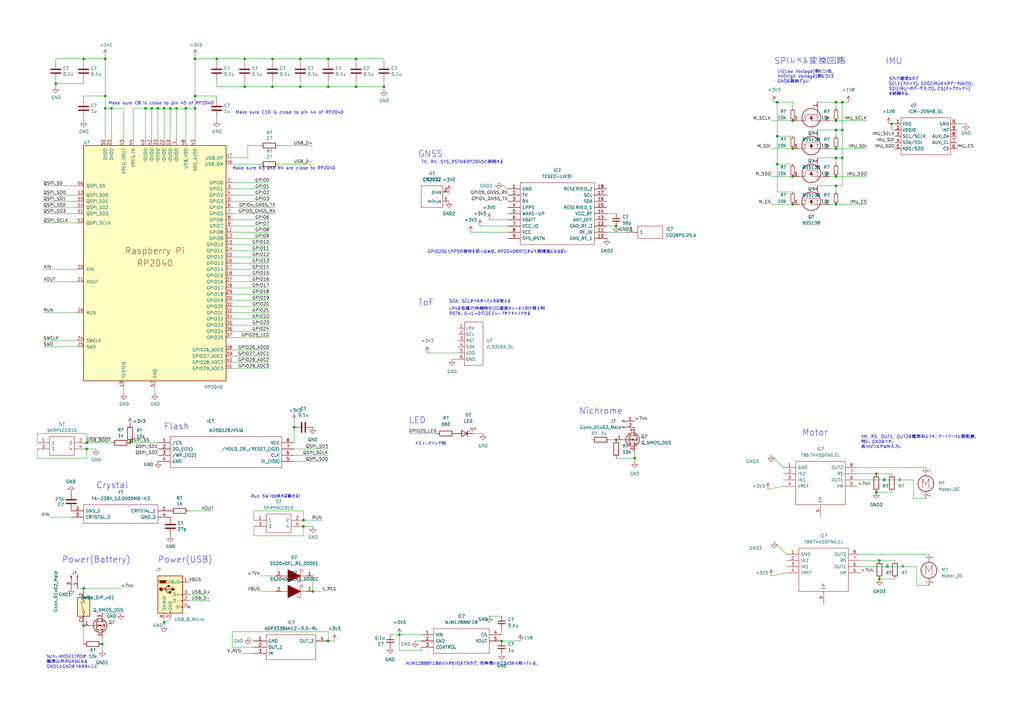
<source format=kicad_sch>
(kicad_sch (version 20211123) (generator eeschema)
  (paper "A3")
  (title_block (title "tanekonsat_2022_auto_runback") (company "DERC CanSat PJ") (comment 1 "Akio M"))
  (junction (at 189.23 312.42))
  (junction (at 342.9 41.91))
  (junction (at 111.76 24.13))
  (junction (at 43.18 24.13))
  (junction (at 109.22 317.5))
  (junction (at 163.83 260.35))
  (junction (at 359.41 201.93))
  (junction (at 54.61 311.15))
  (junction (at 134.62 262.89))
  (junction (at 325.12 83.82))
  (junction (at 22.86 34.29))
  (junction (at 35.56 311.15))
  (junction (at 318.77 55.88))
  (junction (at 146.05 35.56))
  (junction (at 59.69 44.45))
  (junction (at 80.01 44.45))
  (junction (at 53.34 181.61))
  (junction (at 345.44 53.34))
  (junction (at 88.9 24.13))
  (junction (at 342.9 49.53))
  (junction (at 80.01 24.13))
  (junction (at 325.12 49.53))
  (junction (at 325.12 60.96))
  (junction (at 43.18 44.45))
  (junction (at 318.77 67.31))
  (junction (at 236.22 -25.4))
  (junction (at 245.11 -25.4))
  (junction (at 124.46 213.36))
  (junction (at 252.73 92.71))
  (junction (at 41.91 264.16))
  (junction (at 318.77 41.91))
  (junction (at 193.04 -17.78))
  (junction (at 260.35 187.96))
  (junction (at 345.44 64.77))
  (junction (at 342.9 83.82))
  (junction (at 196.85 -30.48))
  (junction (at 34.29 24.13))
  (junction (at 100.33 24.13))
  (junction (at 64.77 44.45))
  (junction (at 242.57 -17.78))
  (junction (at 365.76 50.8))
  (junction (at 360.68 237.49))
  (junction (at 342.9 76.2))
  (junction (at 342.9 72.39))
  (junction (at 62.23 44.45))
  (junction (at 231.14 314.96))
  (junction (at 67.31 255.27))
  (junction (at 146.05 24.13))
  (junction (at 128.27 242.57))
  (junction (at 157.48 35.56))
  (junction (at 242.57 -25.4))
  (junction (at 100.33 35.56))
  (junction (at 43.18 39.37))
  (junction (at 201.93 -30.48))
  (junction (at 360.68 229.87))
  (junction (at 113.03 317.5))
  (junction (at 359.41 194.31))
  (junction (at 72.39 44.45))
  (junction (at 120.65 175.26))
  (junction (at 34.29 256.54))
  (junction (at 35.56 184.15))
  (junction (at 76.2 44.45))
  (junction (at 342.9 53.34))
  (junction (at 236.22 -20.32))
  (junction (at 34.29 241.3))
  (junction (at 111.76 35.56))
  (junction (at 196.85 -20.32))
  (junction (at 69.85 44.45))
  (junction (at 205.74 262.89))
  (junction (at 345.44 41.91))
  (junction (at 325.12 72.39))
  (junction (at 134.62 24.13))
  (junction (at 252.73 180.34))
  (junction (at 123.19 35.56))
  (junction (at 124.46 215.9))
  (junction (at 342.9 60.96))
  (junction (at 123.19 24.13))
  (junction (at 67.31 44.45))
  (junction (at 134.62 35.56))
  (junction (at 238.76 -25.4))
  (junction (at 45.72 44.45))
  (junction (at 201.93 -25.4))
  (junction (at 80.01 39.37))
  (junction (at 35.56 181.61))
  (junction (at 342.9 64.77))
  (no_connect (at 77.47 248.92))
  (wire (pts (xy 17.78 110.49) (xy 31.75 110.49)))
  (wire (pts (xy 80.01 22.86) (xy 80.01 24.13)))
  (wire (pts (xy 95.25 107.95) (xy 110.49 107.95)))
  (wire (pts (xy 111.76 25.4) (xy 111.76 24.13)))
  (wire (pts (xy 276.86 -25.4) (xy 271.78 -25.4)))
  (wire (pts (xy 104.14 219.71) (xy 104.14 215.9)))
  (wire (pts (xy 95.25 118.11) (xy 110.49 118.11)))
  (wire (pts (xy 100.33 35.56) (xy 88.9 35.56)))
  (wire (pts (xy 95.25 128.27) (xy 110.49 128.27)))
  (wire (pts (xy 35.56 177.8) (xy 15.24 177.8)))
  (wire (pts (xy 342.9 49.53) (xy 340.36 49.53)))
  (wire (pts (xy 111.76 24.13) (xy 123.19 24.13)))
  (wire (pts (xy 250.19 180.34) (xy 252.73 180.34)))
  (wire (pts (xy 355.6 83.82) (xy 342.9 83.82)))
  (wire (pts (xy 50.8 158.75) (xy 50.8 161.29)))
  (wire (pts (xy 353.06 227.33) (xy 381 227.33)))
  (wire (pts (xy 15.24 177.8) (xy 15.24 181.61)))
  (wire (pts (xy 193.04 -17.78) (xy 201.93 -17.78)))
  (wire (pts (xy 100.33 33.02) (xy 100.33 35.56)))
  (wire (pts (xy 365.76 53.34) (xy 365.76 50.8)))
  (wire (pts (xy 201.93 -25.4) (xy 201.93 -22.86)))
  (wire (pts (xy 318.77 55.88) (xy 318.77 41.91)))
  (wire (pts (xy 128.27 242.57) (xy 132.08 242.57)))
  (wire (pts (xy 245.11 -25.4) (xy 245.11 -22.86)))
  (wire (pts (xy 50.8 57.15) (xy 50.8 44.45)))
  (wire (pts (xy 364.49 50.8) (xy 365.76 50.8)))
  (wire (pts (xy 342.9 72.39) (xy 340.36 72.39)))
  (wire (pts (xy 15.24 187.96) (xy 15.24 184.15)))
  (wire (pts (xy 252.73 92.71) (xy 248.92 92.71)))
  (wire (pts (xy 317.5 222.25) (xy 322.58 227.33)))
  (wire (pts (xy 95.25 115.57) (xy 110.49 115.57)))
  (wire (pts (xy 95.25 105.41) (xy 110.49 105.41)))
  (wire (pts (xy 31.75 115.57) (xy 17.78 115.57)))
  (wire (pts (xy 69.85 57.15) (xy 69.85 44.45)))
  (wire (pts (xy 146.05 35.56) (xy 134.62 35.56)))
  (wire (pts (xy 353.06 232.41) (xy 375.92 232.41)))
  (wire (pts (xy 114.3 59.69) (xy 128.27 59.69)))
  (wire (pts (xy 335.28 41.91) (xy 342.9 41.91)))
  (wire (pts (xy 95.25 87.63) (xy 113.03 87.63)))
  (wire (pts (xy 128.27 215.9) (xy 124.46 215.9)))
  (wire (pts (xy 196.85 92.71) (xy 208.28 92.71)))
  (wire (pts (xy 196.85 -30.48) (xy 196.85 -25.4)))
  (wire (pts (xy 335.28 64.77) (xy 342.9 64.77)))
  (wire (pts (xy 351.79 196.85) (xy 374.65 196.85)))
  (wire (pts (xy 374.65 196.85) (xy 374.65 204.47)))
  (wire (pts (xy 41.91 266.7) (xy 41.91 264.16)))
  (wire (pts (xy 314.96 200.66) (xy 321.31 199.39)))
  (wire (pts (xy 100.33 24.13) (xy 111.76 24.13)))
  (wire (pts (xy 231.14 309.88) (xy 231.14 312.42)))
  (wire (pts (xy 67.31 57.15) (xy 67.31 44.45)))
  (wire (pts (xy 232.41 -25.4) (xy 232.41 -33.02)))
  (wire (pts (xy 31.75 76.2) (xy 17.78 76.2)))
  (wire (pts (xy 100.33 25.4) (xy 100.33 24.13)))
  (wire (pts (xy 342.9 64.77) (xy 345.44 64.77)))
  (wire (pts (xy 124.46 215.9) (xy 124.46 219.71)))
  (wire (pts (xy 67.31 255.27) (xy 67.31 256.54)))
  (wire (pts (xy 193.04 -22.86) (xy 193.04 -30.48)))
  (wire (pts (xy 43.18 39.37) (xy 43.18 44.45)))
  (wire (pts (xy 195.58 314.96) (xy 198.12 314.96)))
  (wire (pts (xy 77.47 243.84) (xy 86.36 243.84)))
  (wire (pts (xy 325.12 78.74) (xy 318.77 78.74)))
  (wire (pts (xy 189.23 318.77) (xy 189.23 312.42)))
  (wire (pts (xy 242.57 -25.4) (xy 242.57 -22.86)))
  (wire (pts (xy 196.85 -20.32) (xy 201.93 -20.32)))
  (wire (pts (xy 74.93 321.31) (xy 109.22 321.31)))
  (wire (pts (xy 134.62 184.15) (xy 120.65 184.15)))
  (wire (pts (xy 88.9 48.26) (xy 88.9 49.53)))
  (wire (pts (xy 35.56 181.61) (xy 35.56 177.8)))
  (wire (pts (xy 62.23 57.15) (xy 62.23 44.45)))
  (wire (pts (xy 342.9 76.2) (xy 342.9 78.74)))
  (wire (pts (xy 76.2 57.15) (xy 76.2 44.45)))
  (wire (pts (xy 101.6 59.69) (xy 101.6 64.77)))
  (wire (pts (xy 67.31 254) (xy 67.31 255.27)))
  (wire (pts (xy 256.54 95.25) (xy 248.92 95.25)))
  (wire (pts (xy 132.08 213.36) (xy 124.46 213.36)))
  (wire (pts (xy 120.65 172.72) (xy 120.65 175.26)))
  (wire (pts (xy 134.62 33.02) (xy 134.62 35.56)))
  (wire (pts (xy 34.29 39.37) (xy 43.18 39.37)))
  (wire (pts (xy 45.72 44.45) (xy 43.18 44.45)))
  (wire (pts (xy 77.47 246.38) (xy 86.36 246.38)))
  (wire (pts (xy 50.8 311.15) (xy 54.61 311.15)))
  (wire (pts (xy 226.06 304.8) (xy 231.14 304.8)))
  (wire (pts (xy 95.25 64.77) (xy 101.6 64.77)))
  (wire (pts (xy 359.41 194.31) (xy 365.76 194.31)))
  (wire (pts (xy 49.53 251.46) (xy 41.91 251.46)))
  (wire (pts (xy 101.6 261.62) (xy 104.14 262.89)))
  (wire (pts (xy 189.23 312.42) (xy 198.12 312.42)))
  (wire (pts (xy 325.12 44.45) (xy 325.12 41.91)))
  (wire (pts (xy 359.41 194.31) (xy 351.79 194.31)))
  (wire (pts (xy 124.46 209.55) (xy 124.46 213.36)))
  (wire (pts (xy 189.23 311.15) (xy 189.23 312.42)))
  (wire (pts (xy 274.32 -15.24) (xy 271.78 -15.24)))
  (wire (pts (xy 80.01 39.37) (xy 80.01 44.45)))
  (wire (pts (xy 120.65 175.26) (xy 120.65 181.61)))
  (wire (pts (xy 95.25 143.51) (xy 110.49 143.51)))
  (wire (pts (xy 43.18 24.13) (xy 43.18 39.37)))
  (wire (pts (xy 72.39 44.45) (xy 76.2 44.45)))
  (wire (pts (xy 80.01 39.37) (xy 88.9 39.37)))
  (wire (pts (xy 342.9 60.96) (xy 340.36 60.96)))
  (wire (pts (xy 95.25 259.08) (xy 134.62 259.08)))
  (wire (pts (xy 193.04 -30.48) (xy 196.85 -30.48)))
  (wire (pts (xy 114.3 67.31) (xy 128.27 67.31)))
  (wire (pts (xy 355.6 49.53) (xy 342.9 49.53)))
  (wire (pts (xy 198.12 177.8) (xy 194.31 177.8)))
  (wire (pts (xy 134.62 25.4) (xy 134.62 24.13)))
  (wire (pts (xy 325.12 41.91) (xy 318.77 41.91)))
  (wire (pts (xy 157.48 25.4) (xy 157.48 24.13)))
  (wire (pts (xy 76.2 44.45) (xy 80.01 44.45)))
  (wire (pts (xy 335.28 53.34) (xy 342.9 53.34)))
  (wire (pts (xy 242.57 -17.78) (xy 246.38 -17.78)))
  (wire (pts (xy 123.19 35.56) (xy 111.76 35.56)))
  (wire (pts (xy 43.18 22.86) (xy 43.18 24.13)))
  (wire (pts (xy 128.27 236.22) (xy 128.27 242.57)))
  (wire (pts (xy 63.5 158.75) (xy 63.5 161.29)))
  (wire (pts (xy 146.05 25.4) (xy 146.05 24.13)))
  (wire (pts (xy 95.25 67.31) (xy 106.68 67.31)))
  (wire (pts (xy 22.86 25.4) (xy 22.86 24.13)))
  (wire (pts (xy 111.76 35.56) (xy 100.33 35.56)))
  (wire (pts (xy 67.31 44.45) (xy 69.85 44.45)))
  (wire (pts (xy 345.44 53.34) (xy 345.44 64.77)))
  (wire (pts (xy 64.77 44.45) (xy 67.31 44.45)))
  (wire (pts (xy 95.25 130.81) (xy 110.49 130.81)))
  (wire (pts (xy 72.39 314.96) (xy 76.2 314.96)))
  (wire (pts (xy 232.41 -20.32) (xy 236.22 -20.32)))
  (wire (pts (xy 35.56 187.96) (xy 15.24 187.96)))
  (wire (pts (xy 95.25 146.05) (xy 110.49 146.05)))
  (wire (pts (xy 95.25 120.65) (xy 110.49 120.65)))
  (wire (pts (xy 375.92 240.03) (xy 381 240.03)))
  (wire (pts (xy 95.25 135.89) (xy 110.49 135.89)))
  (wire (pts (xy 124.46 209.55) (xy 104.14 209.55)))
  (wire (pts (xy 80.01 24.13) (xy 80.01 39.37)))
  (wire (pts (xy 17.78 87.63) (xy 31.75 87.63)))
  (wire (pts (xy 33.02 311.15) (xy 35.56 311.15)))
  (wire (pts (xy 62.23 44.45) (xy 64.77 44.45)))
  (wire (pts (xy 124.46 219.71) (xy 104.14 219.71)))
  (wire (pts (xy 95.25 123.19) (xy 110.49 123.19)))
  (wire (pts (xy 88.9 25.4) (xy 88.9 24.13)))
  (wire (pts (xy 59.69 57.15) (xy 59.69 44.45)))
  (wire (pts (xy 345.44 76.2) (xy 345.44 64.77)))
  (wire (pts (xy 234.95 -22.86) (xy 234.95 -25.4)))
  (wire (pts (xy 113.03 317.5) (xy 114.3 317.5)))
  (wire (pts (xy 355.6 72.39) (xy 342.9 72.39)))
  (wire (pts (xy 318.77 78.74) (xy 318.77 67.31)))
  (wire (pts (xy 22.86 34.29) (xy 34.29 34.29)))
  (wire (pts (xy 34.29 48.26) (xy 34.29 49.53)))
  (wire (pts (xy 335.28 76.2) (xy 342.9 76.2)))
  (wire (pts (xy 111.76 33.02) (xy 111.76 35.56)))
  (wire (pts (xy 34.29 34.29) (xy 34.29 33.02)))
  (wire (pts (xy 106.68 236.22) (xy 113.03 236.22)))
  (wire (pts (xy 104.14 209.55) (xy 104.14 213.36)))
  (wire (pts (xy 17.78 80.01) (xy 31.75 80.01)))
  (wire (pts (xy 123.19 24.13) (xy 134.62 24.13)))
  (wire (pts (xy 72.39 44.45) (xy 72.39 57.15)))
  (wire (pts (xy 232.41 -22.86) (xy 234.95 -22.86)))
  (wire (pts (xy 345.44 41.91) (xy 342.9 41.91)))
  (wire (pts (xy 101.6 59.69) (xy 106.68 59.69)))
  (wire (pts (xy 88.9 24.13) (xy 100.33 24.13)))
  (wire (pts (xy 39.37 184.15) (xy 35.56 184.15)))
  (wire (pts (xy 80.01 44.45) (xy 80.01 57.15)))
  (wire (pts (xy 95.25 80.01) (xy 110.49 80.01)))
  (wire (pts (xy 35.56 322.58) (xy 35.56 323.85)))
  (wire (pts (xy 360.68 229.87) (xy 367.03 229.87)))
  (wire (pts (xy 69.85 254) (xy 67.31 255.27)))
  (wire (pts (xy 95.25 100.33) (xy 110.49 100.33)))
  (wire (pts (xy 95.25 265.43) (xy 95.25 259.08)))
  (wire (pts (xy 31.75 91.44) (xy 17.78 91.44)))
  (wire (pts (xy 198.12 318.77) (xy 189.23 318.77)))
  (wire (pts (xy 45.72 181.61) (xy 35.56 181.61)))
  (wire (pts (xy 95.25 148.59) (xy 110.49 148.59)))
  (wire (pts (xy 95.25 113.03) (xy 110.49 113.03)))
  (wire (pts (xy 236.22 -20.32) (xy 246.38 -20.32)))
  (wire (pts (xy 20.32 212.09) (xy 29.21 212.09)))
  (wire (pts (xy 95.25 97.79) (xy 110.49 97.79)))
  (wire (pts (xy 342.9 76.2) (xy 345.44 76.2)))
  (wire (pts (xy 236.22 -25.4) (xy 238.76 -25.4)))
  (wire (pts (xy 76.2 312.42) (xy 74.93 312.42)))
  (wire (pts (xy 77.47 209.55) (xy 87.63 209.55)))
  (wire (pts (xy 34.29 241.3) (xy 31.75 241.3)))
  (wire (pts (xy 95.25 92.71) (xy 110.49 92.71)))
  (wire (pts (xy 245.11 -22.86) (xy 246.38 -22.86)))
  (wire (pts (xy 95.25 133.35) (xy 110.49 133.35)))
  (wire (pts (xy 22.86 33.02) (xy 22.86 34.29)))
  (wire (pts (xy 187.96 -20.32) (xy 196.85 -20.32)))
  (wire (pts (xy 109.22 321.31) (xy 109.22 317.5)))
  (wire (pts (xy 205.74 257.81) (xy 205.74 260.35)))
  (wire (pts (xy 345.44 41.91) (xy 345.44 53.34)))
  (wire (pts (xy 31.75 142.24) (xy 17.78 142.24)))
  (wire (pts (xy 347.98 41.91) (xy 345.44 41.91)))
  (wire (pts (xy 360.68 229.87) (xy 353.06 229.87)))
  (wire (pts (xy 260.35 189.23) (xy 260.35 187.96)))
  (wire (pts (xy 106.68 242.57) (xy 113.03 242.57)))
  (wire (pts (xy 43.18 318.77) (xy 43.18 320.04)))
  (wire (pts (xy 200.66 90.17) (xy 208.28 90.17)))
  (wire (pts (xy 238.76 -25.4) (xy 242.57 -25.4)))
  (wire (pts (xy 54.61 312.42) (xy 54.61 311.15)))
  (wire (pts (xy 367.03 53.34) (xy 365.76 53.34)))
  (wire (pts (xy 134.62 259.08) (xy 134.62 262.89)))
  (wire (pts (xy 193.04 95.25) (xy 208.28 95.25)))
  (wire (pts (xy 95.25 95.25) (xy 110.49 95.25)))
  (wire (pts (xy 88.9 33.02) (xy 88.9 35.56)))
  (wire (pts (xy 134.62 24.13) (xy 146.05 24.13)))
  (wire (pts (xy 34.29 256.54) (xy 34.29 264.16)))
  (wire (pts (xy 170.18 262.89) (xy 172.72 262.89)))
  (wire (pts (xy 54.61 320.04) (xy 54.61 321.31)))
  (wire (pts (xy 318.77 67.31) (xy 318.77 55.88)))
  (wire (pts (xy 34.29 40.64) (xy 34.29 39.37)))
  (wire (pts (xy 204.47 74.93) (xy 208.28 77.47)))
  (wire (pts (xy 80.01 24.13) (xy 88.9 24.13)))
  (wire (pts (xy 234.95 -25.4) (xy 236.22 -25.4)))
  (wire (pts (xy 74.93 312.42) (xy 74.93 321.31)))
  (wire (pts (xy 95.25 74.93) (xy 110.49 74.93)))
  (wire (pts (xy 95.25 90.17) (xy 110.49 90.17)))
  (wire (pts (xy 231.14 314.96) (xy 242.57 314.96)))
  (wire (pts (xy 163.83 266.7) (xy 163.83 260.35)))
  (wire (pts (xy 123.19 25.4) (xy 123.19 24.13)))
  (wire (pts (xy 316.23 49.53) (xy 325.12 49.53)))
  (wire (pts (xy 121.92 314.96) (xy 109.22 314.96)))
  (wire (pts (xy 17.78 82.55) (xy 31.75 82.55)))
  (wire (pts (xy 201.93 -31.75) (xy 201.93 -30.48)))
  (wire (pts (xy 146.05 24.13) (xy 157.48 24.13)))
  (wire (pts (xy 160.02 260.35) (xy 163.83 260.35)))
  (wire (pts (xy 200.66 252.73) (xy 205.74 252.73)))
  (wire (pts (xy 31.75 139.7) (xy 17.78 139.7)))
  (wire (pts (xy 88.9 40.64) (xy 88.9 39.37)))
  (wire (pts (xy 342.9 41.91) (xy 342.9 44.45)))
  (wire (pts (xy 252.73 187.96) (xy 260.35 187.96)))
  (wire (pts (xy 95.25 85.09) (xy 113.03 85.09)))
  (wire (pts (xy 232.41 -33.02) (xy 229.87 -33.02)))
  (wire (pts (xy 375.92 232.41) (xy 375.92 240.03)))
  (wire (pts (xy 318.77 41.91) (xy 317.5 41.91)))
  (wire (pts (xy 17.78 85.09) (xy 31.75 85.09)))
  (wire (pts (xy 95.25 110.49) (xy 110.49 110.49)))
  (wire (pts (xy 45.72 57.15) (xy 45.72 44.45)))
  (wire (pts (xy 50.8 44.45) (xy 45.72 44.45)))
  (wire (pts (xy 109.22 317.5) (xy 113.03 317.5)))
  (wire (pts (xy 43.18 44.45) (xy 43.18 57.15)))
  (wire (pts (xy 69.85 44.45) (xy 72.39 44.45)))
  (wire (pts (xy 163.83 260.35) (xy 172.72 260.35)))
  (wire (pts (xy 172.72 266.7) (xy 163.83 266.7)))
  (wire (pts (xy 187.96 -17.78) (xy 193.04 -17.78)))
  (wire (pts (xy 54.61 57.15) (xy 54.61 44.45)))
  (wire (pts (xy 95.25 125.73) (xy 110.49 125.73)))
  (wire (pts (xy 185.42 147.32) (xy 187.96 147.32)))
  (wire (pts (xy 396.24 50.8) (xy 392.43 50.8)))
  (wire (pts (xy 232.41 -17.78) (xy 242.57 -17.78)))
  (wire (pts (xy 95.25 77.47) (xy 110.49 77.47)))
  (wire (pts (xy 325.12 55.88) (xy 318.77 55.88)))
  (wire (pts (xy 146.05 33.02) (xy 146.05 35.56)))
  (wire (pts (xy 54.61 44.45) (xy 59.69 44.45)))
  (wire (pts (xy 205.74 262.89) (xy 213.36 262.89)))
  (wire (pts (xy 360.68 237.49) (xy 367.03 237.49)))
  (wire (pts (xy 134.62 189.23) (xy 120.65 189.23)))
  (wire (pts (xy 316.23 83.82) (xy 325.12 83.82)))
  (wire (pts (xy 342.9 53.34) (xy 345.44 53.34)))
  (wire (pts (xy 325.12 67.31) (xy 318.77 67.31)))
  (wire (pts (xy 201.93 -30.48) (xy 196.85 -30.48)))
  (wire (pts (xy 316.23 60.96) (xy 325.12 60.96)))
  (wire (pts (xy 34.29 25.4) (xy 34.29 24.13)))
  (wire (pts (xy 185.42 312.42) (xy 189.23 312.42)))
  (wire (pts (xy 35.56 311.15) (xy 35.56 314.96)))
  (wire (pts (xy 49.53 241.3) (xy 34.29 241.3)))
  (wire (pts (xy 31.75 128.27) (xy 17.78 128.27)))
  (wire (pts (xy 95.25 102.87) (xy 110.49 102.87)))
  (wire (pts (xy 316.23 186.69) (xy 321.31 191.77)))
  (wire (pts (xy 134.62 262.89) (xy 137.16 262.89)))
  (wire (pts (xy 238.76 -27.94) (xy 238.76 -25.4)))
  (wire (pts (xy 342.9 53.34) (xy 342.9 55.88)))
  (wire (pts (xy 22.86 24.13) (xy 34.29 24.13)))
  (wire (pts (xy 342.9 64.77) (xy 342.9 67.31)))
  (wire (pts (xy 245.11 -25.4) (xy 246.38 -25.4)))
  (wire (pts (xy 157.48 35.56) (xy 157.48 36.83)))
  (wire (pts (xy 260.35 187.96) (xy 260.35 185.42)))
  (wire (pts (xy 95.25 138.43) (xy 110.49 138.43)))
  (wire (pts (xy 252.73 87.63) (xy 248.92 87.63)))
  (wire (pts (xy 242.57 -25.4) (xy 245.11 -25.4)))
  (wire (pts (xy 175.26 144.78) (xy 187.96 144.78)))
  (wire (pts (xy 355.6 60.96) (xy 342.9 60.96)))
  (wire (pts (xy 134.62 35.56) (xy 123.19 35.56)))
  (wire (pts (xy 35.56 184.15) (xy 35.56 187.96)))
  (wire (pts (xy 22.86 34.29) (xy 22.86 35.56)))
  (wire (pts (xy 99.06 267.97) (xy 104.14 267.97)))
  (wire (pts (xy 146.05 35.56) (xy 157.48 35.56)))
  (wire (pts (xy 41.91 264.16) (xy 41.91 261.62)))
  (wire (pts (xy 104.14 265.43) (xy 95.25 265.43)))
  (wire (pts (xy 53.34 181.61) (xy 64.77 181.61)))
  (wire (pts (xy 54.61 311.15) (xy 54.61 309.88)))
  (wire (pts (xy 34.29 24.13) (xy 43.18 24.13)))
  (wire (pts (xy 172.72 265.43) (xy 172.72 266.7)))
  (wire (pts (xy 359.41 201.93) (xy 365.76 201.93)))
  (wire (pts (xy 316.23 72.39) (xy 325.12 72.39)))
  (wire (pts (xy 198.12 317.5) (xy 198.12 318.77)))
  (wire (pts (xy 134.62 186.69) (xy 120.65 186.69)))
  (wire (pts (xy 374.65 204.47) (xy 379.73 204.47)))
  (wire (pts (xy 64.77 57.15) (xy 64.77 44.45)))
  (wire (pts (xy 95.25 82.55) (xy 110.49 82.55)))
  (wire (pts (xy 123.19 33.02) (xy 123.19 35.56)))
  (wire (pts (xy 316.23 236.22) (xy 322.58 234.95)))
  (wire (pts (xy 95.25 151.13) (xy 110.49 151.13)))
  (wire (pts (xy 342.9 83.82) (xy 340.36 83.82)))
  (wire (pts (xy 365.76 50.8) (xy 367.03 50.8)))
  (wire (pts (xy 167.64 177.8) (xy 179.07 177.8)))
  (wire (pts (xy 157.48 33.02) (xy 157.48 35.56)))
  (wire (pts (xy 59.69 44.45) (xy 62.23 44.45)))
  (wire (pts (xy 351.79 191.77) (xy 379.73 191.77)))
  (text "LV(Low Voltage)側に1V8，\nHV(High Voltage)側に3V3\nGNDは直結でよい" (at 318.77 34.29 0) (effects (font (size 1.27 1.27)) (justify left bottom)))
  (text "SPIレベル変換回路" (at 317.5 26.67 0) (effects (font (size 2.54 2.54)) (justify left bottom)))
  (text "SPIで通信なので\nSCLK(クロック)，SDO(IMUからのデータ出力)，\nSDI(IMUへのデータ入力)，CS(チップセレクト)\nを結線する．" (at 364.49 39.37 0) (effects (font (size 1.27 1.27)) (justify left bottom)))
  (text "LPnは低電力待機時のI2C通信オン・オフ切り替え用\nRSTは，0→1→0でI2Cスレーブがリセットされる" (at 184.15 129.54 0) (effects (font (size 1.27 1.27)) (justify left bottom)))
  (text "SDA, SCLがつながっていれば使える" (at 184.15 124.46 0) (effects (font (size 1.27 1.27)) (justify left bottom)))
  (text "Nch-MOSFETのDが\n電源以外のGNDになる\nGND1とGNDをつながないこと" (at 19.05 274.32 0) (effects (font (size 1.27 1.27)) (justify left bottom)))
  (text "GNSS" (at 171.45 64.77 0) (effects (font (size 2.54 2.54)) (justify left bottom)))
  (text "秋月で在庫切れ" (at 199.39 326.39 0) (effects (font (size 1.27 1.27)) (justify left bottom)))
  (text "Make sure C10 is close to pin 44 of RP2040" (at 96.52 46.99 0) (effects (font (size 1.27 1.27)) (justify left bottom)))
  (text "Motor" (at 328.93 179.07 0) (effects (font (size 2.54 2.54)) (justify left bottom)))
  (text "LED" (at 167.64 173.99 0) (effects (font (size 2.54 2.54)) (justify left bottom)))
  (text "テスト・デバッグ用" (at 170.18 182.88 0) (effects (font (size 1.27 1.27)) (justify left bottom)))
  (text "NJM12888F18はVinが6V5までなので，効率悪いけど3V3から取っている．" (at 166.37 273.05 0) (effects (font (size 1.27 1.27)) (justify left bottom)))
  (text "Nichrome" (at 237.49 170.18 0) (effects (font (size 2.54 2.54)) (justify left bottom)))
  (text "Make sure R3 and R4 are close to RP2040" (at 95.25 69.85 0) (effects (font (size 1.27 1.27)) (justify left bottom)))
  (text "TX, RX, SYS_RSTNをRP2040と接続する" (at 172.72 67.31 0) (effects (font (size 1.27 1.27)) (justify left bottom)))
  (text "GPIO20に1PPSの信号を突っ込めば，RP2040のRTCがより高精度になるぽい" (at 175.26 104.14 0) (effects (font (size 1.27 1.27)) (justify left bottom)))
  (text "ToF" (at 171.45 125.73 0) (effects (font (size 2.54 2.54)) (justify left bottom)))
  (text "VM, RS, OUT1, OUT2は電源系につき，アートワークに要配慮．\n特に，GNDはベタ．\n各INピンにPWM入力．" (at 353.06 184.15 0) (effects (font (size 1.27 1.27)) (justify left bottom)))
  (text "Flash" (at 67.31 176.53 0) (effects (font (size 2.54 2.54)) (justify left bottom)))
  (text "Make sure C8 is close to pin 45 of RP2040" (at 44.45 43.18 0) (effects (font (size 1.27 1.27)) (justify left bottom)))
  (text "Run SW（出来れば載せる）" (at 102.87 204.47 0) (effects (font (size 1.27 1.27)) (justify left bottom)))
  (text "Power(Battery)" (at 25.4 231.14 0) (effects (font (size 2.54 2.54)) (justify left bottom)))
  (text "Crystal" (at 39.37 200.66 0) (effects (font (size 2.54 2.54)) (justify left bottom)))
  (text "Power(USB)" (at 64.77 231.14 0) (effects (font (size 2.54 2.54)) (justify left bottom)))
  (text "I2C（SDA, SCL）をRP2040と接続する\nI2CよりSPIの方がよいか…" (at 205.74 -39.37 0) (effects (font (size 1.27 1.27)) (justify left bottom)))
  (text "レギュレーターを一つにしてダイオードで切り替えにする" (at 34.29 330.2 0) (effects (font (size 2.56 2.56)) (justify left bottom)))
  (text "IMU" (at 363.22 26.67 0) (effects (font (size 2.54 2.54)) (justify left bottom)))
  (text "IMU" (at 196.85 -39.37 0) (effects (font (size 2.54 2.54)) (justify left bottom)))
  (label "+7V4" (at 106.68 236.22 180))
  (label "GPIO25_LED" (at 167.64 177.8 0))
  (label "USB_D-" (at 86.36 246.38 180))
  (label "IMU_SDO" (at 367.03 60.96 180))
  (label "GPIO1" (at 110.49 77.47 180))
  (label "XIN" (at 20.32 212.09 180))
  (label "GPIO5_GNSS_RX" (at 208.28 80.01 180))
  (label "GPIO25_LED" (at 110.49 138.43 180))
  (label "GPIO11" (at 110.49 102.87 180))
  (label "XIN" (at 17.78 110.49 0))
  (label "XOUT" (at 87.63 209.55 180))
  (label "IMU_VDDIO" (at 274.32 -15.24 0))
  (label "GPIO21" (at 110.49 128.27 180))
  (label "GPIO15" (at 110.49 113.03 180))
  (label "IMU_SCLK" (at 367.03 55.88 180))
  (label "QSPI_SCLK" (at 17.78 91.44 0))
  (label "GPIO3" (at 110.49 82.55 180))
  (label "QSPI_SD2" (at 64.77 186.69 180))
  (label "IMU_CS" (at 392.43 60.96 0))
  (label "GPIO8" (at 110.49 95.25 180))
  (label "GPIO18" (at 110.49 120.65 180))
  (label "GPIO22" (at 110.49 130.81 180))
  (label "GPIO20" (at 110.49 125.73 180))
  (label "SWD" (at 17.78 142.24 0))
  (label "RUN" (at 17.78 128.27 0))
  (label "+7V4" (at 260.35 172.72 0))
  (label "GPIO24" (at 110.49 135.89 180))
  (label "XOUT" (at 17.78 115.57 0))
  (label "VBUS" (at 114.3 317.5 0))
  (label "GPIO2" (at 110.49 80.01 180))
  (label "USB_D+" (at 86.36 243.84 180))
  (label "+7V4" (at 49.53 241.3 0))
  (label "M_SDO" (at 316.23 72.39 180))
  (label "IMU_VDDIO" (at 238.76 -27.94 90))
  (label "IMU_CS" (at 355.6 83.82 180))
  (label "GPIO28_ADC2" (at 110.49 148.59 180))
  (label "QSPI_SS" (at 53.34 181.61 0))
  (label "VBUS" (at 106.68 242.57 180))
  (label "QSPI_SD1" (at 64.77 184.15 180))
  (label "GPIO19" (at 110.49 123.19 180))
  (label "QSPI_SD0" (at 17.78 80.01 0))
  (label "GPIO17" (at 110.49 118.11 180))
  (label "QSPI_SD3" (at 134.62 184.15 180))
  (label "M_CS" (at 316.23 83.82 180))
  (label "V_REG" (at 132.08 242.57 0))
  (label "QSPI_SCLK" (at 134.62 186.69 180))
  (label "GPIO10" (at 110.49 100.33 180))
  (label "QSPI_SD1" (at 17.78 82.55 0))
  (label "M_SCLK" (at 316.23 49.53 180))
  (label "IMU_SDO" (at 355.6 72.39 180))
  (label "GPIO0" (at 110.49 74.93 180))
  (label "V_REG" (at 99.06 267.97 180))
  (label "GPIO6" (at 110.49 90.17 180))
  (label "+7V4" (at 33.02 311.15 180))
  (label "GPIO9" (at 110.49 97.79 180))
  (label "GPIO13" (at 110.49 107.95 180))
  (label "USB_D+" (at 128.27 59.69 180))
  (label "GPIO29_ADC3" (at 110.49 151.13 180))
  (label "GPIO16" (at 110.49 115.57 180))
  (label "QSPI_SD2" (at 17.78 85.09 0))
  (label "GPIO27_ADC1" (at 110.49 146.05 180))
  (label "M_SDI" (at 316.23 60.96 180))
  (label "+7V4" (at 353.06 234.95 0))
  (label "SWCLK" (at 17.78 139.7 0))
  (label "GPIO5_GNSS_RX" (at 113.03 87.63 180))
  (label "+7V4" (at 351.79 199.39 0))
  (label "VBUS" (at 189.23 311.15 180))
  (label "QSPI_SD3" (at 17.78 87.63 0))
  (label "~{USB_BOOT}" (at 35.56 181.61 0))
  (label "GPIO4_GNSS_TX" (at 208.28 82.55 180))
  (label "GPIO23" (at 110.49 133.35 180))
  (label "GPIO7" (at 110.49 92.71 180))
  (label "IMU_SCLK" (at 355.6 49.53 180))
  (label "GPIO14" (at 110.49 110.49 180))
  (label "QSPI_SD0" (at 134.62 189.23 180))
  (label "IMU_SDI" (at 355.6 60.96 180))
  (label "QSPI_SS" (at 17.78 76.2 0))
  (label "IMU_SDI" (at 367.03 58.42 180))
  (label "RUN" (at 132.08 213.36 180))
  (label "GPIO4_GNSS_TX" (at 113.03 85.09 180))
  (label "VBUS" (at 77.47 238.76 0))
  (label "GPIO26_ADC0" (at 110.49 143.51 180))
  (label "USB_D-" (at 128.27 67.31 180))
  (label "GPIO12" (at 110.49 105.41 180))
  (symbol (lib_id "power:GND") (at 64.77 189.23 0) (unit 1)
    (property "Reference" "#PWR?" (effects hide))
    (property "Value" "GND" (at 60.96 190.5 0))
  )
  (symbol (lib_id "power:+3V3") (at 80.01 22.86 0) (unit 1)
    (property "Reference" "#PWR?" (effects hide))
    (property "Value" "+3V3" (at 80.391 18.4658 0))
  )
  (symbol (lib_id "power:+3V3") (at 201.93 -31.75 0) (unit 1)
    (property "Reference" "#PWR?" (effects hide))
    (property "Value" "+3V3" (at 201.93 -36.83 0))
  )
  (symbol (lib_id "power:+3V3") (at 314.96 200.66 0) (unit 1)
    (property "Reference" "#PWR?" (effects hide))
    (property "Value" "+3V3" (at 311.15 199.39 0))
  )
  (symbol (lib_id "power:GND1") (at 29.21 241.3 0) (unit 1)
    (property "Reference" "#PWR?" (effects hide))
    (property "Value" "GND1" (at 26.67 243.84 0))
  )
  (symbol (lib_id "power:+3V3") (at 53.34 173.99 0) (unit 1)
    (property "Reference" "#PWR?" (effects hide))
    (property "Value" "+3V3" (at 57.15 172.72 0))
  )
  (symbol (lib_id "Device:R") (at 110.49 59.69 270) (unit 1)
    (property "Reference" "R?" (at 110.49 54.4322 90))
    (property "Value" "27" (at 110.49 56.7436 90))
    (property "Footprint" "Capacitor_SMD:C_0402_1005Metric" (effects hide))
  )
  (symbol (lib_id "Device:R") (at 73.66 209.55 270) (unit 1)
    (property "Reference" "R?" (at 73.66 204.2922 90))
    (property "Value" "1k" (at 73.66 206.6036 90))
    (property "Footprint" "Capacitor_SMD:C_0402_1005Metric" (effects hide))
  )
  (symbol (lib_id "Device:R") (at 365.76 198.12 0) (mirror x) (unit 1)
    (property "Reference" "R?" (at 368.3 199.3901 0) (effects (justify left)))
    (property "Value" "R" (at 368.3 196.8501 0) (effects (justify left)))
  )
  (symbol (lib_id "SamacSys_Parts:NJM2884U1-33-TE1") (at 76.2 312.42 0) (unit 1)
    (property "Reference" "IC?" (at 92.71 304.8 0))
    (property "Value" "NJM2884U1-33-TE1" (at 92.71 307.34 0))
    (property "Footprint" "SOT-89-5-1" (effects hide))
    (property "Datasheet" "https://datasheet.datasheetarchive.com/originals/distributors/Datasheets_SAMA/b94e053d9cfcd12f7d94bbb1d1d41848.pdf" (effects hide))
    (property "Description" "Low Dropout Voltage Regulator New Japan Radio NJM2884U1-33-TE1, LDO Voltage Regulator, 0.65A, 3.3 V +/-1%, 5-Pin SOT-89" (effects hide))
    (property "Manufacturer_Name" "New Japan Radio" (effects hide))
    (property "Manufacturer_Part_Number" "NJM2884U1-33-TE1" (effects hide))
    (property "Mouser Part Number" "513-NJM2884U1-33-TE1" (effects hide))
    (property "Mouser Price/Stock" "https://www.mouser.co.uk/ProductDetail/NJR/NJM2884U1-33-TE1?qs=3unH%2FDqlvl8RhrRFn1uloA%3D%3D" (effects hide))
  )
  (symbol (lib_id "power:GND") (at 260.35 189.23 0) (unit 1)
    (property "Reference" "#PWR?" (effects hide))
    (property "Value" "GND" (at 260.35 194.31 0))
  )
  (symbol (lib_id "Device:R_Small") (at 193.04 -20.32 0) (unit 1)
    (property "Reference" "R?" (at 194.31 -21.59 0) (effects (justify left)))
    (property "Value" "2.2k" (at 194.31 -19.05 0) (effects (justify left)))
  )
  (symbol (lib_id "power:+3V3") (at 109.22 312.42 0) (unit 1)
    (property "Reference" "#PWR?" (effects hide))
    (property "Value" "+3V3" (at 109.22 307.34 0))
  )
  (symbol (lib_id "Device:C") (at 111.76 29.21 0) (unit 1)
    (property "Reference" "C?" (at 114.681 28.0416 0) (effects (justify left)))
    (property "Value" "0.1u" (at 114.681 30.353 0) (effects (justify left)))
    (property "Footprint" "Capacitor_SMD:C_0402_1005Metric" (effects hide))
  )
  (symbol (lib_id "Device:LED") (at 190.5 177.8 180) (unit 1)
    (property "Reference" "D?" (at 192.0875 170.18 0))
    (property "Value" "LED" (at 192.0875 172.72 0))
  )
  (symbol (lib_id "Device:C") (at 54.61 316.23 0) (unit 1)
    (property "Reference" "C?" (at 57.531 315.0616 0) (effects (justify left)))
    (property "Value" "10u" (at 57.531 317.373 0) (effects (justify left)))
    (property "Footprint" "Capacitor_SMD:C_0805_2012Metric" (effects hide))
  )
  (symbol (lib_id "power:GND") (at 72.39 314.96 0) (unit 1)
    (property "Reference" "#PWR?" (effects hide))
    (property "Value" "GND" (at 68.58 316.23 0))
  )
  (symbol (lib_id "power:GND3") (at 316.23 186.69 0) (unit 1)
    (property "Reference" "#PWR?" (effects hide))
    (property "Value" "GND3" (at 308.61 189.23 0))
  )
  (symbol (lib_id "SamacSys_Parts:BSS138") (at 335.28 41.91 90) (mirror x) (unit 1)
    (property "Reference" "Q?" (at 332.74 54.61 90))
    (property "Value" "BSS138" (at 332.74 57.15 90))
    (property "Footprint" "SOT95P240X120-3N" (effects hide))
    (property "Datasheet" "https://www.onsemi.com/pub/Collateral/BSS138-D.PDF" (effects hide))
    (property "Description" "N-channel MOSFET,BSS138 0.2A 50V" (effects hide))
    (property "Height" "1.2" (effects hide))
    (property "Manufacturer_Name" "onsemi" (effects hide))
    (property "Manufacturer_Part_Number" "BSS138" (effects hide))
    (property "Mouser Part Number" "512-BSS138" (effects hide))
    (property "Mouser Price/Stock" "https://www.mouser.co.uk/ProductDetail/ON-Semiconductor-Fairchild/BSS138?qs=HK%252BeIG1iaahCeqBvjB4arg%3D%3D" (effects hide))
    (property "Arrow Part Number" "BSS138" (effects hide))
    (property "Arrow Price/Stock" "https://www.arrow.com/en/products/bss138/on-semiconductor" (effects hide))
  )
  (symbol (lib_id "power:GND") (at 67.31 256.54 0) (unit 1)
    (property "Reference" "#PWR?" (effects hide))
    (property "Value" "GND" (at 64.77 256.54 0))
  )
  (symbol (lib_id "power:GND") (at 198.12 177.8 0) (unit 1)
    (property "Reference" "#PWR?" (effects hide))
    (property "Value" "GND" (at 198.12 182.88 0))
  )
  (symbol (lib_id "power:GND") (at 29.21 201.93 180) (unit 1)
    (property "Reference" "#PWR?" (effects hide))
    (property "Value" "GND" (at 29.083 197.5358 0))
  )
  (symbol (lib_id "Device:C") (at 34.29 44.45 0) (unit 1)
    (property "Reference" "C?" (at 37.211 43.2816 0) (effects (justify left)))
    (property "Value" "1u" (at 37.211 45.593 0) (effects (justify left)))
    (property "Footprint" "Capacitor_SMD:C_0402_1005Metric" (effects hide))
  )
  (symbol (lib_id "Device:C") (at 34.29 29.21 0) (unit 1)
    (property "Reference" "C?" (at 37.211 28.0416 0) (effects (justify left)))
    (property "Value" "0.1u" (at 37.211 30.353 0) (effects (justify left)))
    (property "Footprint" "Capacitor_SMD:C_0402_1005Metric" (effects hide))
  )
  (symbol (lib_id "power:+1V8") (at 242.57 -25.4 0) (unit 1)
    (property "Reference" "#PWR?" (effects hide))
    (property "Value" "+1V8" (at 242.57 -30.48 0))
  )
  (symbol (lib_id "power:GND") (at 113.03 322.58 0) (unit 1)
    (property "Reference" "#PWR?" (effects hide))
    (property "Value" "GND" (at 109.22 323.85 0))
  )
  (symbol (lib_id "Device:R_Small") (at 325.12 46.99 0) (mirror y) (unit 1)
    (property "Reference" "R?" (at 322.58 45.7199 0) (effects (justify left)))
    (property "Value" "10k" (at 322.58 48.2599 0) (effects (justify left)))
  )
  (symbol (lib_id "SamacSys_Parts:BSS138") (at 335.28 76.2 90) (mirror x) (unit 1)
    (property "Reference" "Q?" (at 332.74 88.9 90))
    (property "Value" "BSS138" (at 332.74 91.44 90))
    (property "Footprint" "SOT95P240X120-3N" (effects hide))
    (property "Datasheet" "https://www.onsemi.com/pub/Collateral/BSS138-D.PDF" (effects hide))
    (property "Description" "N-channel MOSFET,BSS138 0.2A 50V" (effects hide))
    (property "Height" "1.2" (effects hide))
    (property "Manufacturer_Name" "onsemi" (effects hide))
    (property "Manufacturer_Part_Number" "BSS138" (effects hide))
    (property "Mouser Part Number" "512-BSS138" (effects hide))
    (property "Mouser Price/Stock" "https://www.mouser.co.uk/ProductDetail/ON-Semiconductor-Fairchild/BSS138?qs=HK%252BeIG1iaahCeqBvjB4arg%3D%3D" (effects hide))
    (property "Arrow Part Number" "BSS138" (effects hide))
    (property "Arrow Price/Stock" "https://www.arrow.com/en/products/bss138/on-semiconductor" (effects hide))
  )
  (symbol (lib_id "power:GND") (at 226.06 304.8 0) (unit 1)
    (property "Reference" "#PWR?" (effects hide))
    (property "Value" "GND" (at 223.52 306.07 0))
  )
  (symbol (lib_id "Device:R") (at 49.53 181.61 270) (unit 1)
    (property "Reference" "R?" (at 49.53 176.3522 90))
    (property "Value" "1k" (at 49.53 178.6636 90))
    (property "Footprint" "Capacitor_SMD:C_0402_1005Metric" (effects hide))
  )
  (symbol (lib_id "Device:Q_NMOS_DGS") (at 257.81 180.34 0) (unit 1)
    (property "Reference" "Q?" (at 262.89 179.07 0) (effects (justify left)))
    (property "Value" "Q_NMOS_DGS" (at 262.89 181.61 0) (effects (justify left)))
    (property "Footprint" "SamacSys_Parts:SOT95P237X112-3N" (effects hide))
  )
  (symbol (lib_id "Device:R_Small") (at 342.9 58.42 0) (mirror y) (unit 1)
    (property "Reference" "R?" (at 340.36 57.1499 0) (effects (justify left)))
    (property "Value" "10k" (at 340.36 59.6899 0) (effects (justify left)))
  )
  (symbol (lib_id "power:GND") (at 205.74 267.97 0) (unit 1)
    (property "Reference" "#PWR?" (effects hide))
    (property "Value" "GND" (at 205.74 273.05 0))
  )
  (symbol (lib_id "power:GND") (at 34.29 49.53 0) (unit 1)
    (property "Reference" "#PWR?" (effects hide))
    (property "Value" "GND" (at 34.417 53.9242 0))
  )
  (symbol (lib_id "Device:C") (at 124.46 175.26 90) (unit 1)
    (property "Reference" "C?" (at 124.46 167.64 90))
    (property "Value" "0.1u" (at 124.46 170.18 90))
  )
  (symbol (lib_id "tanekonsat:CR2032") (at 184.15 76.2 180) (unit 1)
    (property "Reference" "U?" (at 177.165 71.12 0))
    (property "Value" "CR2032" (at 177.165 73.66 0) (effects (font bold)))
    (property "Footprint" "tanekonsat:CR2032" (effects hide))
  )
  (symbol (lib_id "SamacSys_Parts:TB67H450FNG,EL") (at 322.58 227.33 0) (unit 1)
    (property "Reference" "IC?" (at 337.82 219.71 0))
    (property "Value" "TB67H450FNG,EL" (at 337.82 222.25 0))
    (property "Footprint" "SOIC127P600X175-9N" (effects hide))
    (property "Datasheet" "http://toshiba.semicon-storage.com/info/docget.jsp?did=65346&prodName=TB67H450FNG" (effects hide))
    (property "Description" "Motor / Motion / Ignition Controllers & Drivers Brushed Motor Driver IC, 50V, 3.5A, TSSOP8 Package, PB-FREE" (effects hide))
    (property "Height" "1.75" (effects hide))
    (property "Manufacturer_Name" "Toshiba" (effects hide))
    (property "Manufacturer_Part_Number" "TB67H450FNG,EL" (effects hide))
  )
  (symbol (lib_id "Device:C_Small") (at 231.14 307.34 0) (unit 1)
    (property "Reference" "C?" (at 233.68 306.0762 0) (effects (justify left)))
    (property "Value" "0.01u" (at 233.68 308.6162 0) (effects (justify left)))
  )
  (symbol (lib_id "Device:C") (at 69.85 215.9 0) (unit 1)
    (property "Reference" "C?" (at 72.771 214.7316 0) (effects (justify left)))
    (property "Value" "27p" (at 72.771 217.043 0) (effects (justify left)))
    (property "Footprint" "Capacitor_SMD:C_0402_1005Metric" (effects hide))
  )
  (symbol (lib_id "power:+3V3") (at 193.04 95.25 0) (unit 1)
    (property "Reference" "#PWR?" (effects hide))
    (property "Value" "+3V3" (at 193.04 90.17 0))
  )
  (symbol (lib_id "Device:R_Small") (at 325.12 81.28 0) (mirror y) (unit 1)
    (property "Reference" "R?" (at 322.58 80.0099 0) (effects (justify left)))
    (property "Value" "10k" (at 322.58 82.5499 0) (effects (justify left)))
  )
  (symbol (lib_id "power:GND") (at 276.86 -25.4 0) (unit 1)
    (property "Reference" "#PWR?" (effects hide))
    (property "Value" "GND" (at 276.86 -20.32 0))
  )
  (symbol (lib_id "SamacSys_Parts:ADP3338AKCZ-3.3-RL") (at 104.14 262.89 0) (unit 1)
    (property "Reference" "IC?" (at 119.38 255.27 0))
    (property "Value" "ADP3338AKCZ-3.3-RL" (at 119.38 257.81 0))
    (property "Footprint" "SOT230P700X180-4N" (effects hide))
    (property "Datasheet" "http://www.analog.com/media/en/technical-documentation/data-sheets/ADP3338.pdf" (effects hide))
    (property "Description" "LDO Voltage Regulator anyCAP 1A SOT223-3 Analog Devices ADP3338AKCZ-3.3-RL, LDO Voltage Regulator, 1.6A, 3.3 V +/-0.8%, 2.7  8 Vin, 3 + Tab-Pin SOT-223" (effects hide))
    (property "Height" "1.8" (effects hide))
    (property "Manufacturer_Name" "Analog Devices" (effects hide))
    (property "Manufacturer_Part_Number" "ADP3338AKCZ-3.3-RL" (effects hide))
    (property "Mouser Part Number" "584-ADP3338AKCZ3.3R" (effects hide))
    (property "Mouser Price/Stock" "https://www.mouser.co.uk/ProductDetail/Analog-Devices/ADP3338AKCZ-33-RL?qs=WIvQP4zGangPtIg4n%252B1tTA%3D%3D" (effects hide))
    (property "Arrow Part Number" "ADP3338AKCZ-3.3-RL" (effects hide))
    (property "Arrow Price/Stock" "https://www.arrow.com/en/products/adp3338akcz-3.3-rl/analog-devices?region=nac" (effects hide))
  )
  (symbol (lib_id "power:GND") (at 54.61 321.31 0) (unit 1)
    (property "Reference" "#PWR?" (effects hide))
    (property "Value" "GND" (at 50.8 322.58 0))
  )
  (symbol (lib_id "Device:R") (at 359.41 198.12 0) (mirror x) (unit 1)
    (property "Reference" "R?" (at 361.95 199.3901 0) (effects (justify left)))
    (property "Value" "R" (at 361.95 196.8501 0) (effects (justify left)))
  )
  (symbol (lib_id "Device:R") (at 367.03 233.68 0) (mirror x) (unit 1)
    (property "Reference" "R?" (at 369.57 234.9501 0) (effects (justify left)))
    (property "Value" "R" (at 369.57 232.4101 0) (effects (justify left)))
  )
  (symbol (lib_id "Device:R_Small") (at 196.85 -22.86 0) (unit 1)
    (property "Reference" "R?" (at 198.12 -24.13 0) (effects (justify left)))
    (property "Value" "3.3k" (at 198.12 -21.59 0) (effects (justify left)))
  )
  (symbol (lib_id "Connector:Conn_01x02_Male") (at 31.75 236.22 270) (unit 1)
    (property "Reference" "J?" (at 30.48 234.95 90))
    (property "Value" "Conn_01x02_Male" (at 22.86 242.57 0))
    (property "Footprint" "Connector_JST:JST_PH_S3B-PH-K_1x03_P2.00mm_Horizontal" (effects hide))
    (property "Datasheet" "~" (at 31.75 236.22 0))
  )
  (symbol (lib_id "SamacSys_Parts:BSS138") (at 335.28 53.34 90) (mirror x) (unit 1)
    (property "Reference" "Q?" (at 332.74 66.04 90))
    (property "Value" "BSS138" (at 332.74 68.58 90))
    (property "Footprint" "SOT95P240X120-3N" (effects hide))
    (property "Datasheet" "https://www.onsemi.com/pub/Collateral/BSS138-D.PDF" (effects hide))
    (property "Description" "N-channel MOSFET,BSS138 0.2A 50V" (effects hide))
    (property "Height" "1.2" (effects hide))
    (property "Manufacturer_Name" "onsemi" (effects hide))
    (property "Manufacturer_Part_Number" "BSS138" (effects hide))
    (property "Mouser Part Number" "512-BSS138" (effects hide))
    (property "Mouser Price/Stock" "https://www.mouser.co.uk/ProductDetail/ON-Semiconductor-Fairchild/BSS138?qs=HK%252BeIG1iaahCeqBvjB4arg%3D%3D" (effects hide))
    (property "Arrow Part Number" "BSS138" (effects hide))
    (property "Arrow Price/Stock" "https://www.arrow.com/en/products/bss138/on-semiconductor" (effects hide))
  )
  (symbol (lib_id "tanekonsat:ICM-20948_SL") (at 367.03 62.23 0) (unit 1)
    (property "Reference" "U?" (at 374.65 43.18 0))
    (property "Value" "ICM-20948_SL" (at 379.73 45.72 0))
    (property "Footprint" "tanekonsat:ICM-20948_SL" (effects hide))
  )
  (symbol (lib_id "power:GND") (at 246.38 -15.24 0) (unit 1)
    (property "Reference" "#PWR?" (effects hide))
    (property "Value" "GND" (at 246.38 -10.16 0))
  )
  (symbol (lib_id "Device:R") (at 182.88 177.8 90) (unit 1)
    (property "Reference" "R?" (at 182.88 171.45 90))
    (property "Value" "660" (at 182.88 173.99 90))
  )
  (symbol (lib_id "power:+3V3") (at 120.65 172.72 0) (unit 1)
    (property "Reference" "#PWR?" (effects hide))
    (property "Value" "+3V3" (at 121.031 168.3258 0))
  )
  (symbol (lib_id "power:+3V3") (at 317.5 41.91 0) (mirror y) (unit 1)
    (property "Reference" "#PWR?" (effects hide))
    (property "Value" "+3V3" (at 317.5 36.83 0))
  )
  (symbol (lib_id "power:GND1") (at 41.91 266.7 0) (unit 1)
    (property "Reference" "#PWR?" (effects hide))
    (property "Value" "GND1" (at 41.91 271.78 0))
  )
  (symbol (lib_id "power:+1V8") (at 364.49 50.8 0) (mirror y) (unit 1)
    (property "Reference" "#PWR?" (effects hide))
    (property "Value" "+1V8" (at 364.49 45.72 0))
  )
  (symbol (lib_id "Device:R_Small") (at 242.57 -20.32 0) (unit 1)
    (property "Reference" "R?" (at 243.84 -21.59 0) (effects (justify left)))
    (property "Value" "2.2k" (at 243.84 -19.05 0) (effects (justify left)))
  )
  (symbol (lib_id "tanekonsat:ICM-20948_SL") (at 246.38 -13.97 0) (unit 1)
    (property "Reference" "U?" (at 254 -33.02 0))
    (property "Value" "ICM-20948_SL" (at 259.08 -30.48 0))
    (property "Footprint" "tanekonsat:ICM-20948_SL" (effects hide))
  )
  (symbol (lib_id "Device:R") (at 360.68 233.68 0) (mirror x) (unit 1)
    (property "Reference" "R?" (at 363.22 234.9501 0) (effects (justify left)))
    (property "Value" "R" (at 363.22 232.4101 0) (effects (justify left)))
  )
  (symbol (lib_id "power:GND2") (at 184.15 82.55 0) (unit 1)
    (property "Reference" "#PWR?" (effects hide))
    (property "Value" "GND2" (at 184.15 87.63 0))
  )
  (symbol (lib_id "power:GND") (at 35.56 323.85 0) (unit 1)
    (property "Reference" "#PWR?" (effects hide))
    (property "Value" "GND" (at 33.02 323.85 0))
  )
  (symbol (lib_id "power:GND") (at 49.53 251.46 0) (unit 1)
    (property "Reference" "#PWR?" (effects hide))
    (property "Value" "GND" (at 45.72 252.73 0))
  )
  (symbol (lib_id "power:GND3") (at 360.68 237.49 0) (unit 1)
    (property "Reference" "#PWR?" (effects hide))
    (property "Value" "GND3" (at 360.68 242.57 0))
  )
  (symbol (lib_id "Device:C") (at 134.62 29.21 0) (unit 1)
    (property "Reference" "C?" (at 137.541 28.0416 0) (effects (justify left)))
    (property "Value" "0.1u" (at 137.541 30.353 0) (effects (justify left)))
    (property "Footprint" "Capacitor_SMD:C_0402_1005Metric" (effects hide))
  )
  (symbol (lib_id "Device:C_Small") (at 205.74 265.43 0) (unit 1)
    (property "Reference" "C?" (at 208.28 264.1662 0) (effects (justify left)))
    (property "Value" "1u" (at 208.28 266.7062 0) (effects (justify left)))
  )
  (symbol (lib_id "Device:R_Small") (at 236.22 -22.86 0) (unit 1)
    (property "Reference" "R?" (at 237.49 -24.13 0) (effects (justify left)))
    (property "Value" "3.3k" (at 237.49 -21.59 0) (effects (justify left)))
  )
  (symbol (lib_id "Device:R_Small") (at 201.93 -27.94 0) (unit 1)
    (property "Reference" "R?" (at 198.12 -29.21 0) (effects (justify left)))
    (property "Value" "200k" (at 195.58 -27.94 0) (effects (justify left)))
  )
  (symbol (lib_id "SamacSys_Parts:SKRPACE010") (at 104.14 213.36 0) (unit 1)
    (property "Reference" "S?" (at 114.3 205.74 0))
    (property "Value" "SKRPACE010" (at 114.3 208.28 0))
    (property "Footprint" "SamacSys_Parts:SMT_4.2X3.2_" (effects hide))
    (property "Datasheet" "http://www.alps.com/prod/info/E/HTML/Tact/SurfaceMount/SKRP/SKRPACE010.html" (effects hide))
    (property "Description" "Tactile Switches 4.2x3.2x2.5mm 260gf" (effects hide))
    (property "Manufacturer_Name" "ALPS Electric" (effects hide))
    (property "Manufacturer_Part_Number" "SKRPACE010" (effects hide))
    (property "Mouser Part Number" "688-SKRPACE010" (effects hide))
    (property "Mouser Price/Stock" "https://www.mouser.co.uk/ProductDetail/Alps-Alpine/SKRPACE010?qs=dHDuPHwQO79W8iY66hDbLQ%3D%3D" (effects hide))
    (property "Arrow Part Number" "SKRPACE010" (effects hide))
    (property "Arrow Price/Stock" "https://www.arrow.com/en/products/skrpace010/alps-electric" (effects hide))
  )
  (symbol (lib_id "power:GND") (at 128.27 175.26 0) (unit 1)
    (property "Reference" "#PWR?" (effects hide))
    (property "Value" "GND" (at 128.27 180.34 0))
  )
  (symbol (lib_id "power:+1V8") (at 347.98 41.91 0) (mirror y) (unit 1)
    (property "Reference" "#PWR?" (effects hide))
    (property "Value" "+1V8" (at 347.98 36.83 0))
  )
  (symbol (lib_id "RP2040_minimal-rescue:USB_B_Micro-Connector") (at 69.85 243.84 0) (unit 1)
    (property "Reference" "J?" (at 66.04 233.68 0) (effects (justify right)))
    (property "Value" "USB_B_Micro" (at 83.82 254 0) (effects (justify right)))
    (property "Footprint" "SamacSys_Parts:ZX62R-B-5P_30_" (effects hide))
  )
  (symbol (lib_id "Device:C") (at 88.9 29.21 0) (unit 1)
    (property "Reference" "C?" (at 91.821 28.0416 0) (effects (justify left)))
    (property "Value" "0.1u" (at 91.821 30.353 0) (effects (justify left)))
    (property "Footprint" "Capacitor_SMD:C_0402_1005Metric" (effects hide))
  )
  (symbol (lib_id "power:GND") (at 88.9 49.53 0) (unit 1)
    (property "Reference" "#PWR?" (effects hide))
    (property "Value" "GND" (at 89.027 53.9242 0))
  )
  (symbol (lib_id "power:GND") (at 101.6 261.62 0) (unit 1)
    (property "Reference" "#PWR?" (effects hide))
    (property "Value" "GND" (at 97.79 262.89 0))
  )
  (symbol (lib_id "power:GND") (at 231.14 320.04 0) (unit 1)
    (property "Reference" "#PWR?" (effects hide))
    (property "Value" "GND" (at 231.14 325.12 0))
  )
  (symbol (lib_id "Switch:SW_DIP_x01") (at 34.29 248.92 90) (unit 1)
    (property "Reference" "SW?" (at 33.0199 245.11 90) (effects (justify right)))
    (property "Value" "SW_DIP_x01" (at 35.5599 245.11 90) (effects (justify right)))
    (property "Footprint" "SamacSys_Parts:SSAJ120100" (effects hide))
  )
  (symbol (lib_id "power:+3V3") (at 163.83 260.35 0) (unit 1)
    (property "Reference" "#PWR?" (effects hide))
    (property "Value" "+3V3" (at 163.83 255.27 0))
  )
  (symbol (lib_id "SamacSys_Parts:NJM12888F05") (at 172.72 260.35 0) (unit 1)
    (property "Reference" "IC?" (at 189.23 252.73 0))
    (property "Value" "NJM12888F18" (at 189.23 255.27 0))
    (property "Footprint" "SamacSys_Parts:SOT95P280X130-5N" (effects hide))
    (property "Description" "LDO with Reverse Current Protection / Soft Start / Discharge Function, SOT-23-5" (effects hide))
    (property "Height" "1.3" (effects hide))
    (property "Manufacturer_Name" "New Japan Radio" (effects hide))
    (property "Manufacturer_Part_Number" "NJM12888F05" (effects hide))
  )
  (symbol (lib_id "power:GND") (at 185.42 317.5 0) (unit 1)
    (property "Reference" "#PWR?" (effects hide))
    (property "Value" "GND" (at 185.42 322.58 0))
  )
  (symbol (lib_id "power:GND3") (at 359.41 201.93 0) (unit 1)
    (property "Reference" "#PWR?" (effects hide))
    (property "Value" "GND3" (at 359.41 207.01 0))
  )
  (symbol (lib_id "Device:R_Small") (at 342.9 69.85 0) (mirror y) (unit 1)
    (property "Reference" "R?" (at 340.36 68.5799 0) (effects (justify left)))
    (property "Value" "10k" (at 340.36 71.1199 0) (effects (justify left)))
  )
  (symbol (lib_id "SamacSys_Parts:BSS138") (at 335.28 64.77 90) (mirror x) (unit 1)
    (property "Reference" "Q?" (at 332.74 77.47 90))
    (property "Value" "BSS138" (at 332.74 80.01 90))
    (property "Footprint" "SOT95P240X120-3N" (effects hide))
    (property "Datasheet" "https://www.onsemi.com/pub/Collateral/BSS138-D.PDF" (effects hide))
    (property "Description" "N-channel MOSFET,BSS138 0.2A 50V" (effects hide))
    (property "Height" "1.2" (effects hide))
    (property "Manufacturer_Name" "onsemi" (effects hide))
    (property "Manufacturer_Part_Number" "BSS138" (effects hide))
    (property "Mouser Part Number" "512-BSS138" (effects hide))
    (property "Mouser Price/Stock" "https://www.mouser.co.uk/ProductDetail/ON-Semiconductor-Fairchild/BSS138?qs=HK%252BeIG1iaahCeqBvjB4arg%3D%3D" (effects hide))
    (property "Arrow Part Number" "BSS138" (effects hide))
    (property "Arrow Price/Stock" "https://www.arrow.com/en/products/bss138/on-semiconductor" (effects hide))
  )
  (symbol (lib_id "Motor:Motor_DC") (at 381 232.41 0) (unit 1)
    (property "Reference" "M?" (at 386.08 233.6799 0) (effects (justify left)))
    (property "Value" "Motor_DC" (at 386.08 236.2199 0) (effects (justify left)))
  )
  (symbol (lib_id "power:GND") (at 128.27 215.9 0) (unit 1)
    (property "Reference" "#PWR?" (effects hide))
    (property "Value" "GND" (at 128.397 220.2942 0))
  )
  (symbol (lib_id "Device:C") (at 146.05 29.21 0) (unit 1)
    (property "Reference" "C?" (at 148.971 28.0416 0) (effects (justify left)))
    (property "Value" "0.1u" (at 148.971 30.353 0) (effects (justify left)))
    (property "Footprint" "Capacitor_SMD:C_0402_1005Metric" (effects hide))
  )
  (symbol (lib_id "power:+1V1") (at 43.18 22.86 0) (unit 1)
    (property "Reference" "#PWR?" (effects hide))
    (property "Value" "+1V1" (at 43.561 18.4658 0))
  )
  (symbol (lib_id "power:GND3") (at 317.5 222.25 0) (unit 1)
    (property "Reference" "#PWR?" (effects hide))
    (property "Value" "GND3" (at 309.88 224.79 0))
  )
  (symbol (lib_id "power:GND") (at 43.18 320.04 0) (unit 1)
    (property "Reference" "#PWR?" (effects hide))
    (property "Value" "GND" (at 39.37 321.31 0))
  )
  (symbol (lib_id "power:GND2") (at 248.92 97.79 0) (unit 1)
    (property "Reference" "#PWR?" (effects hide))
    (property "Value" "GND2" (at 248.92 102.87 0))
  )
  (symbol (lib_id "power:GND") (at 396.24 50.8 0) (unit 1)
    (property "Reference" "#PWR?" (effects hide))
    (property "Value" "GND" (at 396.24 54.61 0))
  )
  (symbol (lib_id "SamacSys_Parts:TB67H450FNG,EL") (at 321.31 191.77 0) (unit 1)
    (property "Reference" "IC?" (at 336.55 184.15 0))
    (property "Value" "TB67H450FNG,EL" (at 336.55 186.69 0))
    (property "Footprint" "SOIC127P600X175-9N" (effects hide))
    (property "Datasheet" "http://toshiba.semicon-storage.com/info/docget.jsp?did=65346&prodName=TB67H450FNG" (effects hide))
    (property "Description" "Motor / Motion / Ignition Controllers & Drivers Brushed Motor Driver IC, 50V, 3.5A, TSSOP8 Package, PB-FREE" (effects hide))
    (property "Height" "1.75" (effects hide))
    (property "Manufacturer_Name" "Toshiba" (effects hide))
    (property "Manufacturer_Part_Number" "TB67H450FNG,EL" (effects hide))
  )
  (symbol (lib_id "SamacSys_Parts:SKRPACE010") (at 15.24 181.61 0) (unit 1)
    (property "Reference" "S?" (at 25.4 173.99 0))
    (property "Value" "SKRPACE010" (at 25.4 176.53 0))
    (property "Footprint" "SamacSys_Parts:SMT_4.2X3.2_" (effects hide))
    (property "Datasheet" "http://www.alps.com/prod/info/E/HTML/Tact/SurfaceMount/SKRP/SKRPACE010.html" (effects hide))
    (property "Description" "Tactile Switches 4.2x3.2x2.5mm 260gf" (effects hide))
    (property "Manufacturer_Name" "ALPS Electric" (effects hide))
    (property "Manufacturer_Part_Number" "SKRPACE010" (effects hide))
    (property "Mouser Part Number" "688-SKRPACE010" (effects hide))
    (property "Mouser Price/Stock" "https://www.mouser.co.uk/ProductDetail/Alps-Alpine/SKRPACE010?qs=dHDuPHwQO79W8iY66hDbLQ%3D%3D" (effects hide))
    (property "Arrow Part Number" "SKRPACE010" (effects hide))
    (property "Arrow Price/Stock" "https://www.arrow.com/en/products/skrpace010/alps-electric" (effects hide))
  )
  (symbol (lib_id "tanekonsat:VL53L5X_SL") (at 187.96 148.59 0) (unit 1)
    (property "Reference" "U?" (at 199.39 139.6999 0) (effects (justify left)))
    (property "Value" "VL53L5X_SL" (at 199.39 142.2399 0) (effects (justify left)))
  )
  (symbol (lib_id "SamacSys_Parts:TESEO-LIV3F") (at 208.28 77.47 0) (unit 1)
    (property "Reference" "IC?" (at 228.6 69.85 0))
    (property "Value" "TESEO-LIV3F" (at 228.6 72.39 0))
    (property "Footprint" "SamacSys_Parts:SON110P970X1010X230-18N" (effects hide))
    (property "Datasheet" "https://www.st.com/resource/en/datasheet/teseo-liv3f.pdf" (effects hide))
    (property "Description" "GPS Modules Tiny GNSS module" (effects hide))
    (property "Height" "2.3" (effects hide))
    (property "Manufacturer_Name" "STMicroelectronics" (effects hide))
    (property "Manufacturer_Part_Number" "TESEO-LIV3F" (effects hide))
    (property "Mouser Part Number" "511-TESEO-LIV3F" (effects hide))
    (property "Mouser Price/Stock" "https://www.mouser.co.uk/ProductDetail/STMicroelectronics/TESEO-LIV3F?qs=HXFqYaX1Q2wXp9tn7dEmMw%3D%3D" (effects hide))
    (property "Arrow Part Number" "TESEO-LIV3F" (effects hide))
    (property "Arrow Price/Stock" "https://www.arrow.com/en/products/teseo-liv3f/stmicroelectronics" (effects hide))
  )
  (symbol (lib_id "SamacSys_Parts:CGGBPD.25.A") (at 256.54 95.25 0) (unit 1)
    (property "Reference" "IC?" (at 273.05 93.9799 0) (effects (justify left)))
    (property "Value" "CGGBPD.25.A" (at 273.05 96.5199 0) (effects (justify left)))
    (property "Footprint" "SamacSys_Parts:CGGBPD25A" (effects hide))
    (property "Datasheet" "https://cdn.taoglas.com/datasheets/CGGBP.25.4.A.02.pdf" (effects hide))
    (property "Description" "EVAL BOARD GPS/GLONASS/BEIDOU" (effects hide))
    (property "Height" "5.4" (effects hide))
    (property "Manufacturer_Name" "Taoglas" (effects hide))
    (property "Manufacturer_Part_Number" "CGGBPD.25.A" (effects hide))
    (property "Mouser Part Number" "960-CGGBPD.25.A" (effects hide))
    (property "Mouser Price/Stock" "https://www.mouser.co.uk/ProductDetail/Taoglas/CGGBPD25A?qs=gQGbhTXPkfgXlaXTNwnwuA%3D%3D" (effects hide))
  )
  (symbol (lib_id "power:+3V0") (at 184.15 78.74 0) (unit 1)
    (property "Reference" "#PWR?" (effects hide))
    (property "Value" "+3V0" (at 184.15 73.66 0))
  )
  (symbol (lib_id "power:+3V0") (at 200.66 90.17 0) (unit 1)
    (property "Reference" "#PWR?" (effects hide))
    (property "Value" "+3V0" (at 200.66 85.09 0))
  )
  (symbol (lib_id "Device:R_Small") (at 342.9 46.99 0) (mirror y) (unit 1)
    (property "Reference" "R?" (at 340.36 45.7199 0) (effects (justify left)))
    (property "Value" "10k" (at 340.36 48.2599 0) (effects (justify left)))
  )
  (symbol (lib_id "power:GND") (at 63.5 161.29 0) (unit 1)
    (property "Reference" "#PWR?" (effects hide))
    (property "Value" "GND" (at 63.627 165.6842 0))
  )
  (symbol (lib_id "power:GND2") (at 252.73 92.71 0) (unit 1)
    (property "Reference" "#PWR?" (effects hide))
    (property "Value" "GND2" (at 256.54 93.98 0))
  )
  (symbol (lib_id "Device:C") (at 100.33 29.21 0) (unit 1)
    (property "Reference" "C?" (at 103.251 28.0416 0) (effects (justify left)))
    (property "Value" "0.1u" (at 103.251 30.353 0) (effects (justify left)))
    (property "Footprint" "Capacitor_SMD:C_0402_1005Metric" (effects hide))
  )
  (symbol (lib_id "Device:C_Small") (at 205.74 255.27 0) (unit 1)
    (property "Reference" "C?" (at 208.28 254.0062 0) (effects (justify left)))
    (property "Value" "0.1u" (at 208.28 256.5462 0) (effects (justify left)))
  )
  (symbol (lib_id "SamacSys_Parts:W25Q128JVSIQ") (at 64.77 181.61 0) (unit 1)
    (property "Reference" "IC?" (at 86.36 172.72 0))
    (property "Value" "W25Q128JVSIQ" (at 92.71 176.53 0))
    (property "Footprint" "SamacSys_Parts:SOIC127P790X216-8N" (effects hide))
    (property "Datasheet" "https://www.winbond.com/resource-files/w25q128jv%20revf%2003272018%20plus.pdf" (effects hide))
    (property "Description" "NOR Flash spiFlash, 3V, 128M-bit, 4Kb Uniform Sector" (effects hide))
    (property "Height" "2.16" (effects hide))
    (property "Manufacturer_Name" "Winbond" (effects hide))
    (property "Manufacturer_Part_Number" "W25Q128JVSIQ" (effects hide))
    (property "Mouser Part Number" "454-W25Q128JVSIQ" (effects hide))
    (property "Mouser Price/Stock" "https://www.mouser.co.uk/ProductDetail/Winbond/W25Q128JVSIQ?qs=qSfuJ%252Bfl%2Fd6tLXvPR4fl9w%3D%3D" (effects hide))
    (property "Arrow Part Number" "W25Q128JVSIQ" (effects hide))
    (property "Arrow Price/Stock" "https://www.arrow.com/en/products/w25q128jvsiq/winbond-electronics?region=nac" (effects hide))
  )
  (symbol (lib_id "power:+3V3") (at 242.57 314.96 0) (unit 1)
    (property "Reference" "#PWR?" (effects hide))
    (property "Value" "+3V3" (at 242.57 309.88 0))
  )
  (symbol (lib_id "power:GND") (at 195.58 314.96 0) (unit 1)
    (property "Reference" "#PWR?" (effects hide))
    (property "Value" "GND" (at 191.77 316.23 0))
  )
  (symbol (lib_id "Device:C_Small") (at 160.02 262.89 0) (unit 1)
    (property "Reference" "C?" (at 154.94 264.16 0) (effects (justify left)))
    (property "Value" "0.1u" (at 153.67 261.62 0) (effects (justify left)))
  )
  (symbol (lib_id "Device:C") (at 88.9 44.45 0) (unit 1)
    (property "Reference" "C?" (at 91.821 43.2816 0) (effects (justify left)))
    (property "Value" "1u" (at 91.821 45.593 0) (effects (justify left)))
    (property "Footprint" "Capacitor_SMD:C_0402_1005Metric" (effects hide))
  )
  (symbol (lib_id "power:GND") (at 50.8 161.29 0) (unit 1)
    (property "Reference" "#PWR?" (effects hide))
    (property "Value" "GND" (at 50.927 165.6842 0))
  )
  (symbol (lib_id "Device:C_Small") (at 252.73 90.17 0) (unit 1)
    (property "Reference" "C?" (at 255.27 88.9062 0) (effects (justify left)))
    (property "Value" "56p" (at 255.27 91.4462 0) (effects (justify left)))
  )
  (symbol (lib_id "SamacSys_Parts:SS2040FL_R1_00001") (at 130.81 242.57 180) (unit 1)
    (property "Reference" "D?" (at 120.65 234.95 0))
    (property "Value" "SS2040FL_R1_00001" (at 120.65 237.49 0))
    (property "Footprint" "SODFL3618X110N" (effects hide))
    (property "Datasheet" "https://4donline.ihs.com/images/VipMasterIC/IC/PNJI/PNJI-S-A0003671102/PNJI-S-A0003671102-1.pdf?hkey=EF798316E3902B6ED9A73243A3159BB0" (effects hide))
    (property "Description" "Schottky Diodes & Rectifiers SURFACE MOUNT SCHOTTKY BARRIER RECTIFIER" (effects hide))
    (property "Height" "1.1" (effects hide))
    (property "Manufacturer_Name" "PANJIT" (effects hide))
    (property "Manufacturer_Part_Number" "SS2040FL_R1_00001" (effects hide))
    (property "Mouser Part Number" "241-SS2040FLR100001" (effects hide))
    (property "Mouser Price/Stock" "https://www.mouser.co.uk/ProductDetail/Panjit/SS2040FL_R1_00001?qs=sPbYRqrBIVmCtoceM2y4%252BA%3D%3D" (effects hide))
  )
  (symbol (lib_id "Device:C_Small") (at 185.42 314.96 0) (unit 1)
    (property "Reference" "C?" (at 180.34 316.23 0) (effects (justify left)))
    (property "Value" "0.1u" (at 179.07 313.69 0) (effects (justify left)))
  )
  (symbol (lib_id "power:+3V3") (at 137.16 262.89 0) (unit 1)
    (property "Reference" "#PWR?" (effects hide))
    (property "Value" "+3V3" (at 137.16 257.81 0))
  )
  (symbol (lib_id "power:GND") (at 229.87 -33.02 0) (unit 1)
    (property "Reference" "#PWR?" (effects hide))
    (property "Value" "GND" (at 229.87 -29.21 0))
  )
  (symbol (lib_id "power:GND") (at 160.02 265.43 0) (unit 1)
    (property "Reference" "#PWR?" (effects hide))
    (property "Value" "GND" (at 160.02 270.51 0))
  )
  (symbol (lib_id "power:GND") (at 185.42 147.32 0) (unit 1)
    (property "Reference" "#PWR?" (effects hide))
    (property "Value" "GND" (at 185.42 152.4 0))
  )
  (symbol (lib_id "power:GND") (at 22.86 35.56 0) (unit 1)
    (property "Reference" "#PWR?" (effects hide))
    (property "Value" "GND" (at 22.987 39.9542 0))
  )
  (symbol (lib_id "Device:R_Small") (at 325.12 69.85 0) (mirror y) (unit 1)
    (property "Reference" "R?" (at 322.58 68.5799 0) (effects (justify left)))
    (property "Value" "10k" (at 322.58 71.1199 0) (effects (justify left)))
  )
  (symbol (lib_id "SamacSys_Parts:PCA9306D") (at 232.41 -25.4 0) (mirror y) (unit 1)
    (property "Reference" "IC?" (at 217.17 -33.02 0))
    (property "Value" "PCA9306D" (at 217.17 -30.48 0))
    (property "Footprint" "SamacSys_Parts:SOIC127P600X175-8N" (effects hide))
    (property "Datasheet" "https://4donline.ihs.com/images/VipMasterIC/IC/PHGL/PHGL-S-A0013335848/PHGL-S-A0013341721-1.pdf?hkey=EF798316E3902B6ED9A73243A3159BB0" (effects hide))
    (property "Description" "IC, I2C/SMBUS VOLT TRANS DUAL, 8SOIC" (effects hide))
    (property "Height" "1.75" (effects hide))
    (property "Manufacturer_Name" "NXP" (effects hide))
    (property "Manufacturer_Part_Number" "PCA9306D" (effects hide))
    (property "Mouser Part Number" "N/A" (effects hide))
    (property "Mouser Price/Stock" "https://www.mouser.co.uk/ProductDetail/NXP-Semiconductors/PCA9306D?qs=wXXwzvj5w%252BHMmrs1ScyCmw%3D%3D" (effects hide))
  )
  (symbol (lib_id "power:+1V8") (at 213.36 262.89 0) (mirror y) (unit 1)
    (property "Reference" "#PWR?" (effects hide))
    (property "Value" "+1V8" (at 215.9 261.62 0))
  )
  (symbol (lib_id "MCU_RaspberryPi_RP2040:RP2040") (at 63.5 107.95 0) (unit 1)
    (property "Reference" "U?" (at 35.56 58.42 0))
    (property "Value" "RP2040" (at 87.63 158.75 0))
    (property "Footprint" "RP2040:RP2040-QFN-56" (effects hide))
  )
  (symbol (lib_id "Device:R") (at 252.73 184.15 0) (unit 1)
    (property "Reference" "R?" (at 255.27 182.8799 0) (effects (justify left)))
    (property "Value" "10k" (at 255.27 185.4199 0) (effects (justify left)))
  )
  (symbol (lib_id "Device:R") (at 246.38 180.34 90) (unit 1)
    (property "Reference" "R?" (at 243.84 177.8 90))
    (property "Value" "1k" (at 247.65 177.8 90))
  )
  (symbol (lib_id "power:GND") (at 200.66 252.73 0) (unit 1)
    (property "Reference" "#PWR?" (effects hide))
    (property "Value" "GND" (at 198.12 254 0))
  )
  (symbol (lib_id "Device:C") (at 35.56 318.77 0) (unit 1)
    (property "Reference" "C?" (at 38.481 317.6016 0) (effects (justify left)))
    (property "Value" "10u" (at 38.481 319.913 0) (effects (justify left)))
    (property "Footprint" "Capacitor_SMD:C_0805_2012Metric" (effects hide))
  )
  (symbol (lib_id "power:+3V3") (at 196.85 92.71 0) (unit 1)
    (property "Reference" "#PWR?" (effects hide))
    (property "Value" "+3V3" (at 196.85 87.63 0))
  )
  (symbol (lib_id "Device:C_Small") (at 113.03 320.04 0) (unit 1)
    (property "Reference" "C?" (at 115.57 318.7762 0) (effects (justify left)))
    (property "Value" "1u" (at 115.57 321.3162 0) (effects (justify left)))
  )
  (symbol (lib_id "power:+3V3") (at 175.26 144.78 0) (unit 1)
    (property "Reference" "#PWR?" (effects hide))
    (property "Value" "+3V3" (at 175.26 139.7 0))
  )
  (symbol (lib_id "power:GND") (at 39.37 184.15 0) (unit 1)
    (property "Reference" "#PWR?" (effects hide))
    (property "Value" "GND" (at 39.497 188.5442 0))
  )
  (symbol (lib_id "power:GND2") (at 204.47 74.93 0) (unit 1)
    (property "Reference" "#PWR?" (effects hide))
    (property "Value" "GND2" (at 199.39 76.2 0))
  )
  (symbol (lib_id "Device:R") (at 38.1 264.16 90) (unit 1)
    (property "Reference" "R?" (at 38.1 266.7 90))
    (property "Value" "10k" (at 38.1 269.24 90))
  )
  (symbol (lib_id "Device:C_Small") (at 231.14 317.5 0) (unit 1)
    (property "Reference" "C?" (at 233.68 316.2362 0) (effects (justify left)))
    (property "Value" "1u" (at 233.68 318.7762 0) (effects (justify left)))
  )
  (symbol (lib_id "Device:C") (at 123.19 29.21 0) (unit 1)
    (property "Reference" "C?" (at 126.111 28.0416 0) (effects (justify left)))
    (property "Value" "0.1u" (at 126.111 30.353 0) (effects (justify left)))
    (property "Footprint" "Capacitor_SMD:C_0402_1005Metric" (effects hide))
  )
  (symbol (lib_id "Device:C") (at 22.86 29.21 0) (unit 1)
    (property "Reference" "C?" (at 25.781 28.0416 0) (effects (justify left)))
    (property "Value" "0.1u" (at 25.781 30.353 0) (effects (justify left)))
    (property "Footprint" "Capacitor_SMD:C_0402_1005Metric" (effects hide))
  )
  (symbol (lib_id "Device:R_Small") (at 325.12 58.42 0) (mirror y) (unit 1)
    (property "Reference" "R?" (at 322.58 57.1499 0) (effects (justify left)))
    (property "Value" "10k" (at 322.58 59.6899 0) (effects (justify left)))
  )
  (symbol (lib_id "Device:R_Small") (at 342.9 81.28 0) (mirror y) (unit 1)
    (property "Reference" "R?" (at 340.36 80.0099 0) (effects (justify left)))
    (property "Value" "10k" (at 340.36 82.5499 0) (effects (justify left)))
  )
  (symbol (lib_id "power:GND") (at 170.18 262.89 0) (unit 1)
    (property "Reference" "#PWR?" (effects hide))
    (property "Value" "GND" (at 166.37 264.16 0))
  )
  (symbol (lib_id "Device:C") (at 157.48 29.21 0) (unit 1)
    (property "Reference" "C?" (at 160.401 28.0416 0) (effects (justify left)))
    (property "Value" "0.1u" (at 160.401 30.353 0) (effects (justify left)))
    (property "Footprint" "Capacitor_SMD:C_0402_1005Metric" (effects hide))
  )
  (symbol (lib_id "SamacSys_Parts:NJM12877F33-TE1") (at 198.12 312.42 0) (unit 1)
    (property "Reference" "IC?" (at 214.63 304.8 0))
    (property "Value" "NJM12877F33-TE1" (at 214.63 307.34 0))
    (property "Footprint" "SamacSys_Parts:SOT95P280X120-5N" (effects hide))
    (property "Datasheet" "https://datasheet.datasheetarchive.com/originals/distributors/Datasheets_SAMA/e828f6bebe4b9138c37698b69374413c.pdf" (effects hide))
    (property "Description" "LDO Voltage Regulators LDO ADJ High Ripple 3.3V Vo 1% 200mA" (effects hide))
    (property "Height" "1.2" (effects hide))
    (property "Manufacturer_Name" "New Japan Radio" (effects hide))
    (property "Manufacturer_Part_Number" "NJM12877F33-TE1" (effects hide))
    (property "Mouser Part Number" "513-NJM12877F33-TE1" (effects hide))
    (property "Mouser Price/Stock" "https://www.mouser.com/Search/Refine.aspx?Keyword=513-NJM12877F33-TE1" (effects hide))
  )
  (symbol (lib_id "SamacSys_Parts:FA-238V_12.0000MB-K3") (at 69.85 212.09 180) (unit 1)
    (property "Reference" "Y?" (at 49.53 201.93 0))
    (property "Value" "FA-238V_12.0000MB-K3" (at 49.53 204.47 0))
    (property "Footprint" "SamacSys_Parts:FA238V120000MBK3" (effects hide))
    (property "Datasheet" "https://support.epson.biz/td/api/doc_check.php?dl=brief_FA-238V&lang=en" (effects hide))
    (property "Description" "Crystals 12.0000MHz 50ppm 10pF -40C +85C" (effects hide))
    (property "Height" "0.7" (effects hide))
    (property "Manufacturer_Name" "Epson Timing" (effects hide))
    (property "Manufacturer_Part_Number" "FA-238V 12.0000MB-K3" (effects hide))
    (property "Mouser Part Number" "732-FA238V12.B-K3" (effects hide))
    (property "Mouser Price/Stock" "https://www.mouser.co.uk/ProductDetail/Epson-Timing/FA-238V-12.0000MB-K3?qs=6J2kD0vu%2F2URNf%252BvkglO1g%3D%3D" (effects hide))
  )
  (symbol (lib_id "Device:Q_NMOS_DGS") (at 39.37 256.54 0) (unit 1)
    (property "Reference" "Q?" (at 44.45 255.27 0) (effects (justify left)))
    (property "Value" "Q_NMOS_DGS" (at 38.1 250.19 0) (effects (justify left)))
    (property "Footprint" "SamacSys_Parts:SOT95P237X112-3N" (effects hide))
  )
  (symbol (lib_id "power:GND") (at 69.85 219.71 0) (unit 1)
    (property "Reference" "#PWR?" (effects hide))
    (property "Value" "GND" (at 69.977 224.1042 0))
  )
  (symbol (lib_id "Device:R") (at 53.34 177.8 0) (unit 1)
    (property "Reference" "R?" (at 55.88 176.5299 0) (effects (justify left)))
    (property "Value" "10k" (at 55.88 179.0699 0) (effects (justify left)))
  )
  (symbol (lib_id "power:GND") (at 157.48 36.83 0) (unit 1)
    (property "Reference" "#PWR?" (effects hide))
    (property "Value" "GND" (at 157.607 41.2242 0))
  )
  (symbol (lib_id "power:GND") (at 121.92 314.96 0) (unit 1)
    (property "Reference" "#PWR?" (effects hide))
    (property "Value" "GND" (at 124.46 316.23 0))
  )
  (symbol (lib_name "Conn_01x02_Male_1") (lib_id "Connector:Conn_01x02_Male") (at 255.27 172.72 0) (unit 1)
    (property "Reference" "J?" (at 251.46 172.72 0))
    (property "Value" "Conn_01x02_Male" (at 246.38 175.26 0))
  )
  (symbol (lib_id "Device:C") (at 29.21 205.74 180) (unit 1)
    (property "Reference" "C?" (at 26.289 206.9084 0) (effects (justify left)))
    (property "Value" "27p" (at 26.289 204.597 0) (effects (justify left)))
    (property "Footprint" "Capacitor_SMD:C_0402_1005Metric" (effects hide))
  )
  (symbol (lib_id "Motor:Motor_DC") (at 379.73 196.85 0) (unit 1)
    (property "Reference" "M?" (at 384.81 198.1199 0) (effects (justify left)))
    (property "Value" "Motor_DC" (at 384.81 200.6599 0) (effects (justify left)))
  )
  (symbol (lib_id "Device:R") (at 110.49 67.31 270) (unit 1)
    (property "Reference" "R?" (at 110.49 62.0522 90))
    (property "Value" "27" (at 110.49 64.3636 90))
    (property "Footprint" "Capacitor_SMD:C_0402_1005Metric" (effects hide))
  )
  (symbol (lib_id "SamacSys_Parts:SS2040FL_R1_00001") (at 130.81 236.22 180) (unit 1)
    (property "Reference" "D?" (at 120.65 228.6 0))
    (property "Value" "SS2040FL_R1_00001" (at 120.65 231.14 0))
    (property "Footprint" "SODFL3618X110N" (effects hide))
    (property "Datasheet" "https://4donline.ihs.com/images/VipMasterIC/IC/PNJI/PNJI-S-A0003671102/PNJI-S-A0003671102-1.pdf?hkey=EF798316E3902B6ED9A73243A3159BB0" (effects hide))
    (property "Description" "Schottky Diodes & Rectifiers SURFACE MOUNT SCHOTTKY BARRIER RECTIFIER" (effects hide))
    (property "Height" "1.1" (effects hide))
    (property "Manufacturer_Name" "PANJIT" (effects hide))
    (property "Manufacturer_Part_Number" "SS2040FL_R1_00001" (effects hide))
    (property "Mouser Part Number" "241-SS2040FLR100001" (effects hide))
    (property "Mouser Price/Stock" "https://www.mouser.co.uk/ProductDetail/Panjit/SS2040FL_R1_00001?qs=sPbYRqrBIVmCtoceM2y4%252BA%3D%3D" (effects hide))
  )
  (symbol (lib_id "Regulator_Linear:AZ1117-3.3") (at 43.18 311.15 0) (unit 1)
    (property "Reference" "U?" (at 44.45 303.53 0))
    (property "Value" "AZ1117-3.3" (at 43.18 306.07 0))
    (property "Footprint" "SamacSys_Parts:SOT230P700X180-4N" (effects hide))
    (property "Datasheet" "https://www.diodes.com/assets/Datasheets/AZ1117.pdf" (effects hide))
  )
  (symbol (lib_id "power:+3V3") (at 316.23 236.22 0) (unit 1)
    (property "Reference" "#PWR?" (effects hide))
    (property "Value" "+3V3" (at 312.42 234.95 0))
  )
  (symbol (lib_id "power:+3V3") (at 54.61 309.88 0) (unit 1)
    (property "Reference" "#PWR?" (effects hide))
    (property "Value" "+3V3" (at 54.991 305.4858 0))
  )
)
</source>
